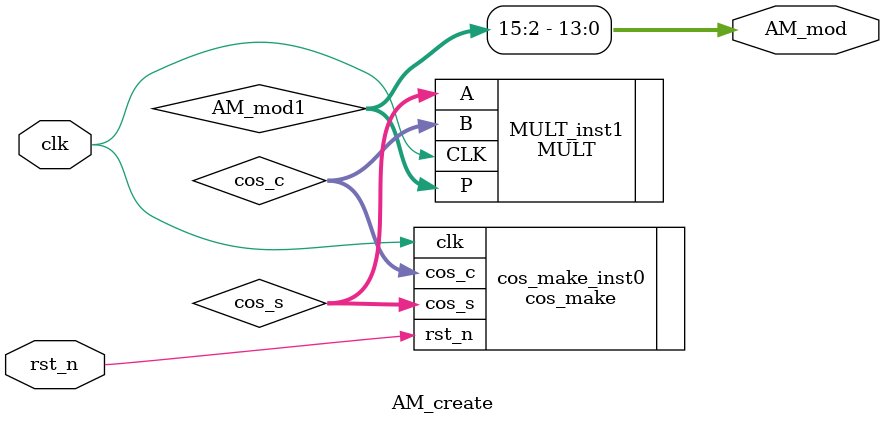
<source format=v>
`timescale 1ns / 1ps

module AM_create(
	input		clk,
	input		rst_n,
	output	signed	[13:0]	AM_mod
);
wire    [15:0]AM_mod1;
wire 	[7:0]	cos_s;
wire	signed	[7:0]	cos_c;
assign AM_mod = AM_mod1[15:2];

//------------µ÷ÓÃ³ö²¨Ä£¿é------------//
cos_make		cos_make_inst0(
	.clk			(clk),
	.rst_n		(rst_n),
	.cos_s		(cos_s),
	.cos_c		(cos_c)
);
//-----------------------------------//

//------------µ÷ÓÃ³Ë·¨Æ÷--------------//
MULT		MULT_inst1(		
  .CLK	(clk),
  .A		(cos_s),
  .B		(cos_c),
  .P		(AM_mod1)
);

endmodule

</source>
